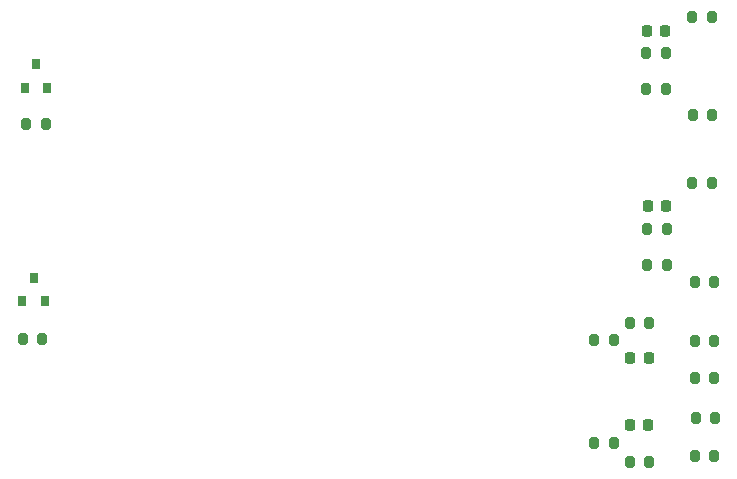
<source format=gbp>
%TF.GenerationSoftware,KiCad,Pcbnew,(6.0.1)*%
%TF.CreationDate,2022-01-27T00:37:02-06:00*%
%TF.ProjectId,Radioberry-I-O,52616469-6f62-4657-9272-792d492d4f2e,1.0*%
%TF.SameCoordinates,Original*%
%TF.FileFunction,Paste,Bot*%
%TF.FilePolarity,Positive*%
%FSLAX46Y46*%
G04 Gerber Fmt 4.6, Leading zero omitted, Abs format (unit mm)*
G04 Created by KiCad (PCBNEW (6.0.1)) date 2022-01-27 00:37:02*
%MOMM*%
%LPD*%
G01*
G04 APERTURE LIST*
G04 Aperture macros list*
%AMRoundRect*
0 Rectangle with rounded corners*
0 $1 Rounding radius*
0 $2 $3 $4 $5 $6 $7 $8 $9 X,Y pos of 4 corners*
0 Add a 4 corners polygon primitive as box body*
4,1,4,$2,$3,$4,$5,$6,$7,$8,$9,$2,$3,0*
0 Add four circle primitives for the rounded corners*
1,1,$1+$1,$2,$3*
1,1,$1+$1,$4,$5*
1,1,$1+$1,$6,$7*
1,1,$1+$1,$8,$9*
0 Add four rect primitives between the rounded corners*
20,1,$1+$1,$2,$3,$4,$5,0*
20,1,$1+$1,$4,$5,$6,$7,0*
20,1,$1+$1,$6,$7,$8,$9,0*
20,1,$1+$1,$8,$9,$2,$3,0*%
G04 Aperture macros list end*
%ADD10RoundRect,0.200000X0.200000X0.275000X-0.200000X0.275000X-0.200000X-0.275000X0.200000X-0.275000X0*%
%ADD11RoundRect,0.200000X-0.200000X-0.275000X0.200000X-0.275000X0.200000X0.275000X-0.200000X0.275000X0*%
%ADD12RoundRect,0.225000X0.225000X0.250000X-0.225000X0.250000X-0.225000X-0.250000X0.225000X-0.250000X0*%
%ADD13R,0.800000X0.900000*%
G04 APERTURE END LIST*
D10*
%TO.C,R105*%
X121325000Y-82900000D03*
X119675000Y-82900000D03*
%TD*%
%TO.C,R1*%
X64725000Y-69500000D03*
X63075000Y-69500000D03*
%TD*%
%TO.C,R5*%
X115825000Y-98100000D03*
X114175000Y-98100000D03*
%TD*%
D11*
%TO.C,R6*%
X111175000Y-96500000D03*
X112825000Y-96500000D03*
%TD*%
D10*
%TO.C,R4*%
X112825000Y-87800000D03*
X111175000Y-87800000D03*
%TD*%
D12*
%TO.C,C2*%
X115750000Y-95000000D03*
X114200000Y-95000000D03*
%TD*%
D10*
%TO.C,R106*%
X121125000Y-74500000D03*
X119475000Y-74500000D03*
%TD*%
%TO.C,R3*%
X115825000Y-86300000D03*
X114175000Y-86300000D03*
%TD*%
%TO.C,R101*%
X121425000Y-94400000D03*
X119775000Y-94400000D03*
%TD*%
D13*
%TO.C,Q1*%
X64850000Y-66400000D03*
X62950000Y-66400000D03*
X63900000Y-64400000D03*
%TD*%
D10*
%TO.C,R107*%
X121150000Y-68700000D03*
X119500000Y-68700000D03*
%TD*%
D12*
%TO.C,C3*%
X117275000Y-76400000D03*
X115725000Y-76400000D03*
%TD*%
D11*
%TO.C,R9*%
X115575000Y-63500000D03*
X117225000Y-63500000D03*
%TD*%
D10*
%TO.C,R103*%
X121325000Y-97600000D03*
X119675000Y-97600000D03*
%TD*%
D11*
%TO.C,R7*%
X115675000Y-78400000D03*
X117325000Y-78400000D03*
%TD*%
%TO.C,R10*%
X115575000Y-66500000D03*
X117225000Y-66500000D03*
%TD*%
D13*
%TO.C,Q2*%
X64650000Y-84500000D03*
X62750000Y-84500000D03*
X63700000Y-82500000D03*
%TD*%
D12*
%TO.C,C1*%
X115775000Y-89300000D03*
X114225000Y-89300000D03*
%TD*%
D10*
%TO.C,R104*%
X121325000Y-91000000D03*
X119675000Y-91000000D03*
%TD*%
%TO.C,R102*%
X121325000Y-87900000D03*
X119675000Y-87900000D03*
%TD*%
%TO.C,R2*%
X64450000Y-87700000D03*
X62800000Y-87700000D03*
%TD*%
D12*
%TO.C,C4*%
X117175000Y-61600000D03*
X115625000Y-61600000D03*
%TD*%
D10*
%TO.C,R108*%
X121125000Y-60400000D03*
X119475000Y-60400000D03*
%TD*%
D11*
%TO.C,R8*%
X115675000Y-81400000D03*
X117325000Y-81400000D03*
%TD*%
M02*

</source>
